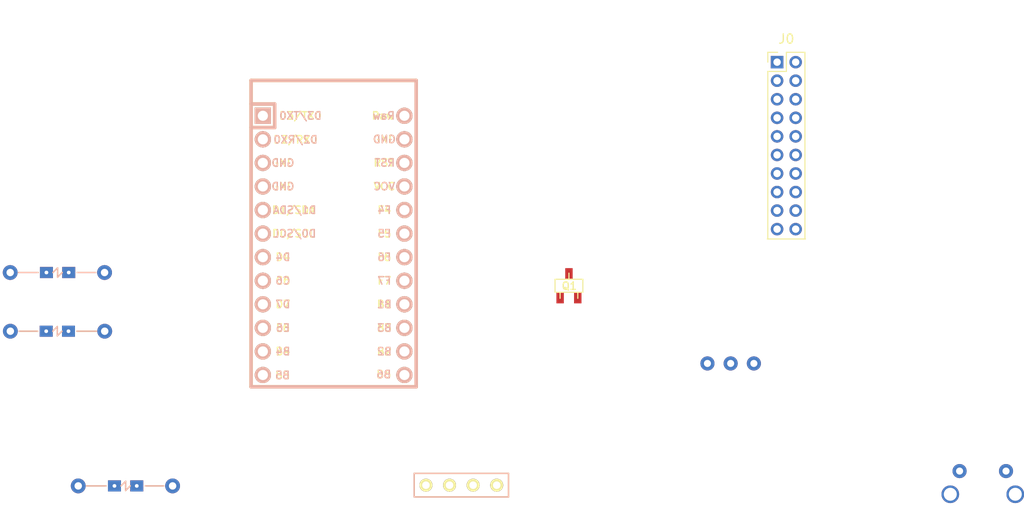
<source format=kicad_pcb>
(kicad_pcb (version 20171130) (host pcbnew "(5.1.6)-1")

  (general
    (thickness 1.6)
    (drawings 0)
    (tracks 0)
    (zones 0)
    (modules 9)
    (nets 39)
  )

  (page A4)
  (layers
    (0 F.Cu signal)
    (31 B.Cu signal)
    (32 B.Adhes user)
    (33 F.Adhes user)
    (34 B.Paste user)
    (35 F.Paste user)
    (36 B.SilkS user)
    (37 F.SilkS user)
    (38 B.Mask user)
    (39 F.Mask user)
    (40 Dwgs.User user)
    (41 Cmts.User user)
    (42 Eco1.User user)
    (43 Eco2.User user)
    (44 Edge.Cuts user)
    (45 Margin user)
    (46 B.CrtYd user)
    (47 F.CrtYd user)
    (48 B.Fab user)
    (49 F.Fab user)
  )

  (setup
    (last_trace_width 0.25)
    (trace_clearance 0.2)
    (zone_clearance 0.508)
    (zone_45_only no)
    (trace_min 0.2)
    (via_size 0.8)
    (via_drill 0.4)
    (via_min_size 0.4)
    (via_min_drill 0.3)
    (uvia_size 0.3)
    (uvia_drill 0.1)
    (uvias_allowed no)
    (uvia_min_size 0.2)
    (uvia_min_drill 0.1)
    (edge_width 0.05)
    (segment_width 0.2)
    (pcb_text_width 0.3)
    (pcb_text_size 1.5 1.5)
    (mod_edge_width 0.12)
    (mod_text_size 1 1)
    (mod_text_width 0.15)
    (pad_size 1.524 1.524)
    (pad_drill 0.762)
    (pad_to_mask_clearance 0.05)
    (aux_axis_origin 0 0)
    (visible_elements FFFFFF7F)
    (pcbplotparams
      (layerselection 0x010fc_ffffffff)
      (usegerberextensions false)
      (usegerberattributes true)
      (usegerberadvancedattributes true)
      (creategerberjobfile true)
      (excludeedgelayer true)
      (linewidth 0.100000)
      (plotframeref false)
      (viasonmask false)
      (mode 1)
      (useauxorigin false)
      (hpglpennumber 1)
      (hpglpenspeed 20)
      (hpglpendiameter 15.000000)
      (psnegative false)
      (psa4output false)
      (plotreference true)
      (plotvalue true)
      (plotinvisibletext false)
      (padsonsilk false)
      (subtractmaskfromsilk false)
      (outputformat 1)
      (mirror false)
      (drillshape 1)
      (scaleselection 1)
      (outputdirectory ""))
  )

  (net 0 "")
  (net 1 COL7)
  (net 2 ROW0)
  (net 3 COL6)
  (net 4 ROW1)
  (net 5 COL5)
  (net 6 ROW2)
  (net 7 COL4)
  (net 8 ROW3)
  (net 9 COL3)
  (net 10 ROW4)
  (net 11 COL2)
  (net 12 ROW5)
  (net 13 COL1)
  (net 14 SCL)
  (net 15 COL0)
  (net 16 SDA)
  (net 17 LED)
  (net 18 RGB)
  (net 19 GND)
  (net 20 VCC)
  (net 21 "Net-(Q1-Pad1)")
  (net 22 Backlight)
  (net 23 RESET)
  (net 24 "Net-(U0-Pad24)")
  (net 25 row5)
  (net 26 col7)
  (net 27 col6)
  (net 28 col5)
  (net 29 col4)
  (net 30 col3)
  (net 31 col2)
  (net 32 col1)
  (net 33 col0)
  (net 34 row4)
  (net 35 row3)
  (net 36 row2)
  (net 37 row1)
  (net 38 row0)

  (net_class Default "This is the default net class."
    (clearance 0.2)
    (trace_width 0.25)
    (via_dia 0.8)
    (via_drill 0.4)
    (uvia_dia 0.3)
    (uvia_drill 0.1)
    (add_net Backlight)
    (add_net COL0)
    (add_net COL1)
    (add_net COL2)
    (add_net COL3)
    (add_net COL4)
    (add_net COL5)
    (add_net COL6)
    (add_net COL7)
    (add_net GND)
    (add_net LED)
    (add_net "Net-(Q1-Pad1)")
    (add_net "Net-(U0-Pad24)")
    (add_net RESET)
    (add_net RGB)
    (add_net ROW0)
    (add_net ROW1)
    (add_net ROW2)
    (add_net ROW3)
    (add_net ROW4)
    (add_net ROW5)
    (add_net SCL)
    (add_net SDA)
    (add_net VCC)
    (add_net col0)
    (add_net col1)
    (add_net col2)
    (add_net col3)
    (add_net col4)
    (add_net col5)
    (add_net col6)
    (add_net col7)
    (add_net row0)
    (add_net row1)
    (add_net row2)
    (add_net row3)
    (add_net row4)
    (add_net row5)
  )

  (module core:Pro_Micro (layer F.Cu) (tedit 600A06DD) (tstamp 600B701B)
    (at 131.575 57.35 270)
    (path /600C96FD)
    (fp_text reference U0 (at 0 1.625 90) (layer F.SilkS) hide
      (effects (font (size 1.2 1.2) (thickness 0.2032)))
    )
    (fp_text value ProMicro (at 0 0 90) (layer F.SilkS) hide
      (effects (font (size 1.2 1.2) (thickness 0.2032)))
    )
    (fp_text user D2/RX0 (at -11.4 4.1) (layer B.SilkS)
      (effects (font (size 0.8 0.8) (thickness 0.15)) (justify mirror))
    )
    (fp_text user D0/SCL (at -1.27 4.2) (layer B.SilkS)
      (effects (font (size 0.8 0.8) (thickness 0.15)) (justify mirror))
    )
    (fp_text user D1/SDA (at -3.81 4.2) (layer B.SilkS)
      (effects (font (size 0.8 0.8) (thickness 0.15)) (justify mirror))
    )
    (fp_text user GND (at -6.35 5.461) (layer B.SilkS)
      (effects (font (size 0.8 0.8) (thickness 0.15)) (justify mirror))
    )
    (fp_text user GND (at -8.89 5.461) (layer B.SilkS)
      (effects (font (size 0.8 0.8) (thickness 0.15)) (justify mirror))
    )
    (fp_text user D4 (at 1.27 5.461) (layer B.SilkS)
      (effects (font (size 0.8 0.8) (thickness 0.15)) (justify mirror))
    )
    (fp_text user C6 (at 3.81 5.461) (layer B.SilkS)
      (effects (font (size 0.8 0.8) (thickness 0.15)) (justify mirror))
    )
    (fp_text user D7 (at 6.35 5.461) (layer B.SilkS)
      (effects (font (size 0.8 0.8) (thickness 0.15)) (justify mirror))
    )
    (fp_text user E6 (at 8.89 5.461) (layer B.SilkS)
      (effects (font (size 0.8 0.8) (thickness 0.15)) (justify mirror))
    )
    (fp_text user B4 (at 11.43 5.461) (layer B.SilkS)
      (effects (font (size 0.8 0.8) (thickness 0.15)) (justify mirror))
    )
    (fp_text user B5 (at 14 5.5) (layer B.SilkS)
      (effects (font (size 0.8 0.8) (thickness 0.15)) (justify mirror))
    )
    (fp_text user B2 (at 11.43 -5.461) (layer F.SilkS)
      (effects (font (size 0.8 0.8) (thickness 0.15)))
    )
    (fp_text user B3 (at 8.89 -5.461) (layer B.SilkS)
      (effects (font (size 0.8 0.8) (thickness 0.15)) (justify mirror))
    )
    (fp_text user B1 (at 6.35 -5.461) (layer B.SilkS)
      (effects (font (size 0.8 0.8) (thickness 0.15)) (justify mirror))
    )
    (fp_text user F7 (at 3.81 -5.461) (layer F.SilkS)
      (effects (font (size 0.8 0.8) (thickness 0.15)))
    )
    (fp_text user F6 (at 1.27 -5.461) (layer F.SilkS)
      (effects (font (size 0.8 0.8) (thickness 0.15)))
    )
    (fp_text user F5 (at -1.27 -5.461) (layer F.SilkS)
      (effects (font (size 0.8 0.8) (thickness 0.15)))
    )
    (fp_text user F4 (at -3.81 -5.461) (layer B.SilkS)
      (effects (font (size 0.8 0.8) (thickness 0.15)) (justify mirror))
    )
    (fp_text user VCC (at -6.35 -5.461) (layer B.SilkS)
      (effects (font (size 0.8 0.8) (thickness 0.15)) (justify mirror))
    )
    (fp_text user GND (at -11.43 -5.461) (layer B.SilkS)
      (effects (font (size 0.8 0.8) (thickness 0.15)) (justify mirror))
    )
    (fp_text user Raw (at -13.97 -5.4) (layer B.SilkS)
      (effects (font (size 0.8 0.8) (thickness 0.15)) (justify mirror))
    )
    (fp_text user Raw (at -13.97 -5.3) (layer F.SilkS)
      (effects (font (size 0.8 0.8) (thickness 0.15)))
    )
    (fp_text user GND (at -11.43 -5.461) (layer F.SilkS)
      (effects (font (size 0.8 0.8) (thickness 0.15)))
    )
    (fp_text user RST (at -8.9 -5.4) (layer F.SilkS)
      (effects (font (size 0.8 0.8) (thickness 0.15)))
    )
    (fp_text user VCC (at -6.35 -5.461) (layer F.SilkS)
      (effects (font (size 0.8 0.8) (thickness 0.15)))
    )
    (fp_text user F4 (at -3.81 -5.461) (layer F.SilkS)
      (effects (font (size 0.8 0.8) (thickness 0.15)))
    )
    (fp_text user F5 (at -1.27 -5.461) (layer B.SilkS)
      (effects (font (size 0.8 0.8) (thickness 0.15)) (justify mirror))
    )
    (fp_text user F6 (at 1.27 -5.461) (layer B.SilkS)
      (effects (font (size 0.8 0.8) (thickness 0.15)) (justify mirror))
    )
    (fp_text user F7 (at 3.81 -5.461) (layer B.SilkS)
      (effects (font (size 0.8 0.8) (thickness 0.15)) (justify mirror))
    )
    (fp_text user B1 (at 6.35 -5.461) (layer F.SilkS)
      (effects (font (size 0.8 0.8) (thickness 0.15)))
    )
    (fp_text user B3 (at 8.89 -5.461) (layer F.SilkS)
      (effects (font (size 0.8 0.8) (thickness 0.15)))
    )
    (fp_text user B2 (at 11.43 -5.461) (layer B.SilkS)
      (effects (font (size 0.8 0.8) (thickness 0.15)) (justify mirror))
    )
    (fp_text user B5 (at 14 5.5) (layer F.SilkS)
      (effects (font (size 0.8 0.8) (thickness 0.15)))
    )
    (fp_text user B4 (at 11.43 5.461) (layer F.SilkS)
      (effects (font (size 0.8 0.8) (thickness 0.15)))
    )
    (fp_text user E6 (at 8.89 5.461) (layer F.SilkS)
      (effects (font (size 0.8 0.8) (thickness 0.15)))
    )
    (fp_text user D7 (at 6.35 5.461) (layer F.SilkS)
      (effects (font (size 0.8 0.8) (thickness 0.15)))
    )
    (fp_text user C6 (at 3.81 5.461) (layer F.SilkS)
      (effects (font (size 0.8 0.8) (thickness 0.15)))
    )
    (fp_text user D4 (at 1.27 5.461) (layer F.SilkS)
      (effects (font (size 0.8 0.8) (thickness 0.15)))
    )
    (fp_text user GND (at -8.89 5.461) (layer F.SilkS)
      (effects (font (size 0.8 0.8) (thickness 0.15)))
    )
    (fp_text user GND (at -6.35 5.461) (layer F.SilkS)
      (effects (font (size 0.8 0.8) (thickness 0.15)))
    )
    (fp_text user D1/SDA (at -3.81 4.3) (layer F.SilkS)
      (effects (font (size 0.8 0.8) (thickness 0.15)))
    )
    (fp_text user D0/SCL (at -1.27 4.3) (layer F.SilkS)
      (effects (font (size 0.8 0.8) (thickness 0.15)))
    )
    (fp_text user D2/RX0 (at -11.4 4.1) (layer F.SilkS)
      (effects (font (size 0.8 0.8) (thickness 0.15)))
    )
    (fp_text user D3/TX0 (at -13.97 3.571872) (layer B.SilkS)
      (effects (font (size 0.8 0.8) (thickness 0.15)) (justify mirror))
    )
    (fp_text user D3/TX0 (at -13.97 3.571872) (layer F.SilkS)
      (effects (font (size 0.8 0.8) (thickness 0.15)))
    )
    (fp_text user RST (at -8.9 -5.5) (layer B.SilkS)
      (effects (font (size 0.8 0.8) (thickness 0.15)) (justify mirror))
    )
    (fp_text user B6 (at 13.9 -5.4 unlocked) (layer F.SilkS)
      (effects (font (size 0.8 0.8) (thickness 0.15)))
    )
    (fp_text user B6 (at 13.9 -5.4 unlocked) (layer B.SilkS)
      (effects (font (size 0.8 0.8) (thickness 0.15)) (justify mirror))
    )
    (fp_line (start -12.7 6.35) (end -12.7 8.89) (layer B.SilkS) (width 0.381))
    (fp_line (start -15.24 6.35) (end -12.7 6.35) (layer B.SilkS) (width 0.381))
    (fp_line (start -15.24 8.89) (end 15.24 8.89) (layer F.SilkS) (width 0.381))
    (fp_line (start 15.24 8.89) (end 15.24 -8.89) (layer F.SilkS) (width 0.381))
    (fp_line (start 15.24 -8.89) (end -15.24 -8.89) (layer F.SilkS) (width 0.381))
    (fp_line (start -15.24 6.35) (end -12.7 6.35) (layer F.SilkS) (width 0.381))
    (fp_line (start -12.7 6.35) (end -12.7 8.89) (layer F.SilkS) (width 0.381))
    (fp_line (start 15.24 -8.89) (end -17.78 -8.89) (layer B.SilkS) (width 0.381))
    (fp_line (start 15.24 8.89) (end 15.24 -8.89) (layer B.SilkS) (width 0.381))
    (fp_line (start -17.78 8.89) (end 15.24 8.89) (layer B.SilkS) (width 0.381))
    (fp_line (start -17.78 -8.89) (end -17.78 8.89) (layer B.SilkS) (width 0.381))
    (fp_line (start -15.24 -8.89) (end -17.78 -8.89) (layer F.SilkS) (width 0.381))
    (fp_line (start -17.78 -8.89) (end -17.78 8.89) (layer F.SilkS) (width 0.381))
    (fp_line (start -17.78 8.89) (end -15.24 8.89) (layer F.SilkS) (width 0.381))
    (fp_line (start -14.224 -3.556) (end -14.224 3.81) (layer Dwgs.User) (width 0.2))
    (fp_line (start -14.224 3.81) (end -19.304 3.81) (layer Dwgs.User) (width 0.2))
    (fp_line (start -19.304 3.81) (end -19.304 -3.556) (layer Dwgs.User) (width 0.2))
    (fp_line (start -19.304 -3.556) (end -14.224 -3.556) (layer Dwgs.User) (width 0.2))
    (fp_line (start -15.24 6.35) (end -15.24 8.89) (layer B.SilkS) (width 0.381))
    (fp_line (start -15.24 6.35) (end -15.24 8.89) (layer F.SilkS) (width 0.381))
    (pad 24 thru_hole circle (at -13.97 -7.62 270) (size 1.7526 1.7526) (drill 1.0922) (layers *.Cu *.SilkS *.Mask)
      (net 24 "Net-(U0-Pad24)"))
    (pad 12 thru_hole circle (at 13.97 7.62 270) (size 1.7526 1.7526) (drill 1.0922) (layers *.Cu *.SilkS *.Mask)
      (net 25 row5))
    (pad 23 thru_hole circle (at -11.43 -7.62 270) (size 1.7526 1.7526) (drill 1.0922) (layers *.Cu *.SilkS *.Mask)
      (net 19 GND))
    (pad 22 thru_hole circle (at -8.89 -7.62 270) (size 1.7526 1.7526) (drill 1.0922) (layers *.Cu *.SilkS *.Mask)
      (net 23 RESET))
    (pad 21 thru_hole circle (at -6.35 -7.62 270) (size 1.7526 1.7526) (drill 1.0922) (layers *.Cu *.SilkS *.Mask)
      (net 20 VCC))
    (pad 20 thru_hole circle (at -3.81 -7.62 270) (size 1.7526 1.7526) (drill 1.0922) (layers *.Cu *.SilkS *.Mask)
      (net 26 col7))
    (pad 19 thru_hole circle (at -1.27 -7.62 270) (size 1.7526 1.7526) (drill 1.0922) (layers *.Cu *.SilkS *.Mask)
      (net 27 col6))
    (pad 18 thru_hole circle (at 1.27 -7.62 270) (size 1.7526 1.7526) (drill 1.0922) (layers *.Cu *.SilkS *.Mask)
      (net 28 col5))
    (pad 17 thru_hole circle (at 3.81 -7.62 270) (size 1.7526 1.7526) (drill 1.0922) (layers *.Cu *.SilkS *.Mask)
      (net 29 col4))
    (pad 16 thru_hole circle (at 6.35 -7.62 270) (size 1.7526 1.7526) (drill 1.0922) (layers *.Cu *.SilkS *.Mask)
      (net 30 col3))
    (pad 15 thru_hole circle (at 8.89 -7.62 270) (size 1.7526 1.7526) (drill 1.0922) (layers *.Cu *.SilkS *.Mask)
      (net 31 col2))
    (pad 14 thru_hole circle (at 11.43 -7.62 270) (size 1.7526 1.7526) (drill 1.0922) (layers *.Cu *.SilkS *.Mask)
      (net 32 col1))
    (pad 13 thru_hole circle (at 13.97 -7.62 270) (size 1.7526 1.7526) (drill 1.0922) (layers *.Cu *.SilkS *.Mask)
      (net 33 col0))
    (pad 11 thru_hole circle (at 11.43 7.62 270) (size 1.7526 1.7526) (drill 1.0922) (layers *.Cu *.SilkS *.Mask)
      (net 34 row4))
    (pad 10 thru_hole circle (at 8.89 7.62 270) (size 1.7526 1.7526) (drill 1.0922) (layers *.Cu *.SilkS *.Mask)
      (net 35 row3))
    (pad 9 thru_hole circle (at 6.35 7.62 270) (size 1.7526 1.7526) (drill 1.0922) (layers *.Cu *.SilkS *.Mask)
      (net 36 row2))
    (pad 8 thru_hole circle (at 3.81 7.62 270) (size 1.7526 1.7526) (drill 1.0922) (layers *.Cu *.SilkS *.Mask)
      (net 22 Backlight))
    (pad 7 thru_hole circle (at 1.27 7.62 270) (size 1.7526 1.7526) (drill 1.0922) (layers *.Cu *.SilkS *.Mask)
      (net 18 RGB))
    (pad 6 thru_hole circle (at -1.27 7.62 270) (size 1.7526 1.7526) (drill 1.0922) (layers *.Cu *.SilkS *.Mask)
      (net 14 SCL))
    (pad 5 thru_hole circle (at -3.81 7.62 270) (size 1.7526 1.7526) (drill 1.0922) (layers *.Cu *.SilkS *.Mask)
      (net 16 SDA))
    (pad 4 thru_hole circle (at -6.35 7.62 270) (size 1.7526 1.7526) (drill 1.0922) (layers *.Cu *.SilkS *.Mask)
      (net 19 GND))
    (pad 3 thru_hole circle (at -8.89 7.62 270) (size 1.7526 1.7526) (drill 1.0922) (layers *.Cu *.SilkS *.Mask)
      (net 19 GND))
    (pad 2 thru_hole circle (at -11.43 7.62 270) (size 1.7526 1.7526) (drill 1.0922) (layers *.Cu *.SilkS *.Mask)
      (net 37 row1))
    (pad 1 thru_hole rect (at -13.97 7.62 270) (size 1.7526 1.7526) (drill 1.0922) (layers *.Cu *.SilkS *.Mask)
      (net 38 row0))
    (model /Users/danny/Documents/proj/custom-keyboard/kicad-libs/3d_models/ArduinoProMicro.wrl
      (offset (xyz -13.96999979019165 -7.619999885559082 -5.841999912261963))
      (scale (xyz 0.395 0.395 0.395))
      (rotate (xyz 90 180 180))
    )
  )

  (module core:SW_RST (layer F.Cu) (tedit 6009CE75) (tstamp 600B6FBB)
    (at 201.475 81.675)
    (path /600EB9AD)
    (fp_text reference RSW0 (at 0 -1.27) (layer Dwgs.User) hide
      (effects (font (size 1 1) (thickness 0.15)))
    )
    (fp_text value SW_RST (at 0.195001 1.188001) (layer F.Fab)
      (effects (font (size 1 1) (thickness 0.15)))
    )
    (pad 1 thru_hole circle (at -2.5 0) (size 1.524 1.524) (drill 0.762) (layers *.Cu *.Mask)
      (net 19 GND))
    (pad 2 thru_hole circle (at 2.5 0) (size 1.524 1.524) (drill 0.762) (layers *.Cu *.Mask)
      (net 23 RESET))
    (pad 3 thru_hole circle (at -3.5 2.5) (size 1.9 1.9) (drill 1.4) (layers *.Cu *.Mask))
    (pad 3 thru_hole circle (at 3.5 2.5) (size 1.9 1.9) (drill 1.4) (layers *.Cu *.Mask))
  )

  (module core:Resistors_SMD_THT (layer F.Cu) (tedit 5B9E5356) (tstamp 600B6FB3)
    (at 106.925 66.6 180)
    (descr "D, DO-35_SOD27 series, Axial, Horizontal, pin pitch=10.16mm, , length*diameter=4*2mm^2, , http://www.diodes.com/_files/packages/DO-35.pdf")
    (tags "D DO-35_SOD27 series Axial Horizontal pin pitch 10.16mm  length 4mm diameter 2mm")
    (path /600EF0AA)
    (fp_text reference R2 (at 5.08 -2.06) (layer Dwgs.User) hide
      (effects (font (size 1 1) (thickness 0.15)))
    )
    (fp_text value R (at 5.08 2.06) (layer F.Fab)
      (effects (font (size 1 1) (thickness 0.15)))
    )
    (fp_line (start 4.6 0) (end 5.1 -0.5) (layer B.SilkS) (width 0.15))
    (fp_line (start 5.1 -0.5) (end 5.1 0.5) (layer B.SilkS) (width 0.15))
    (fp_line (start 5.1 0.5) (end 5.6 0) (layer B.SilkS) (width 0.15))
    (fp_line (start 0.9 0) (end 3 0) (layer B.SilkS) (width 0.15))
    (fp_line (start 7.21 0) (end 9.2 0) (layer B.SilkS) (width 0.15))
    (fp_line (start 4.6 0) (end 5.1 -0.5) (layer F.SilkS) (width 0.15))
    (fp_line (start 5.1 -0.5) (end 5.1 0.5) (layer F.SilkS) (width 0.15))
    (fp_line (start 5.1 0.5) (end 5.6 0) (layer F.SilkS) (width 0.15))
    (fp_line (start 7.2 0) (end 9.2 0) (layer F.SilkS) (width 0.15))
    (fp_line (start 0.9 0) (end 3 0) (layer F.SilkS) (width 0.15))
    (fp_line (start -1.05 -1.35) (end -1.05 1.35) (layer F.CrtYd) (width 0.05))
    (fp_line (start -1.05 1.35) (end 11.25 1.35) (layer F.CrtYd) (width 0.05))
    (fp_line (start 11.25 1.35) (end 11.25 -1.35) (layer F.CrtYd) (width 0.05))
    (fp_line (start 11.25 -1.35) (end -1.05 -1.35) (layer F.CrtYd) (width 0.05))
    (pad 1 thru_hole rect (at 3.9 0 180) (size 1.4 1.2) (drill 0.4) (layers *.Cu *.Mask)
      (net 14 SCL))
    (pad 2 thru_hole oval (at 10.16 0 180) (size 1.6 1.6) (drill 0.8) (layers *.Cu *.Mask)
      (net 20 VCC))
    (pad 1 thru_hole circle (at 0 0 180) (size 1.6 1.6) (drill 0.8) (layers *.Cu *.Mask)
      (net 14 SCL))
    (pad 2 thru_hole rect (at 6.3 0 180) (size 1.4 1.2) (drill 0.4) (layers *.Cu *.Mask)
      (net 20 VCC))
    (model ${KISYS3DMOD}/Diodes_THT.3dshapes/D_DO-35_SOD27_P10.16mm_Horizontal.wrl
      (at (xyz 0 0 0))
      (scale (xyz 0.393701 0.393701 0.393701))
      (rotate (xyz 0 0 0))
    )
  )

  (module core:Resistors_SMD_THT (layer F.Cu) (tedit 5B9E5356) (tstamp 600B6F9D)
    (at 104.075 83.275)
    (descr "D, DO-35_SOD27 series, Axial, Horizontal, pin pitch=10.16mm, , length*diameter=4*2mm^2, , http://www.diodes.com/_files/packages/DO-35.pdf")
    (tags "D DO-35_SOD27 series Axial Horizontal pin pitch 10.16mm  length 4mm diameter 2mm")
    (path /600EE189)
    (fp_text reference R1 (at 5.08 -2.06) (layer Dwgs.User) hide
      (effects (font (size 1 1) (thickness 0.15)))
    )
    (fp_text value R (at 5.08 2.06) (layer F.Fab)
      (effects (font (size 1 1) (thickness 0.15)))
    )
    (fp_line (start 4.6 0) (end 5.1 -0.5) (layer B.SilkS) (width 0.15))
    (fp_line (start 5.1 -0.5) (end 5.1 0.5) (layer B.SilkS) (width 0.15))
    (fp_line (start 5.1 0.5) (end 5.6 0) (layer B.SilkS) (width 0.15))
    (fp_line (start 0.9 0) (end 3 0) (layer B.SilkS) (width 0.15))
    (fp_line (start 7.21 0) (end 9.2 0) (layer B.SilkS) (width 0.15))
    (fp_line (start 4.6 0) (end 5.1 -0.5) (layer F.SilkS) (width 0.15))
    (fp_line (start 5.1 -0.5) (end 5.1 0.5) (layer F.SilkS) (width 0.15))
    (fp_line (start 5.1 0.5) (end 5.6 0) (layer F.SilkS) (width 0.15))
    (fp_line (start 7.2 0) (end 9.2 0) (layer F.SilkS) (width 0.15))
    (fp_line (start 0.9 0) (end 3 0) (layer F.SilkS) (width 0.15))
    (fp_line (start -1.05 -1.35) (end -1.05 1.35) (layer F.CrtYd) (width 0.05))
    (fp_line (start -1.05 1.35) (end 11.25 1.35) (layer F.CrtYd) (width 0.05))
    (fp_line (start 11.25 1.35) (end 11.25 -1.35) (layer F.CrtYd) (width 0.05))
    (fp_line (start 11.25 -1.35) (end -1.05 -1.35) (layer F.CrtYd) (width 0.05))
    (pad 1 thru_hole rect (at 3.9 0) (size 1.4 1.2) (drill 0.4) (layers *.Cu *.Mask)
      (net 16 SDA))
    (pad 2 thru_hole oval (at 10.16 0) (size 1.6 1.6) (drill 0.8) (layers *.Cu *.Mask)
      (net 20 VCC))
    (pad 1 thru_hole circle (at 0 0) (size 1.6 1.6) (drill 0.8) (layers *.Cu *.Mask)
      (net 16 SDA))
    (pad 2 thru_hole rect (at 6.3 0) (size 1.4 1.2) (drill 0.4) (layers *.Cu *.Mask)
      (net 20 VCC))
    (model ${KISYS3DMOD}/Diodes_THT.3dshapes/D_DO-35_SOD27_P10.16mm_Horizontal.wrl
      (at (xyz 0 0 0))
      (scale (xyz 0.393701 0.393701 0.393701))
      (rotate (xyz 0 0 0))
    )
  )

  (module core:Resistors_SMD_THT (layer F.Cu) (tedit 5B9E5356) (tstamp 600B6F87)
    (at 96.75 60.275)
    (descr "D, DO-35_SOD27 series, Axial, Horizontal, pin pitch=10.16mm, , length*diameter=4*2mm^2, , http://www.diodes.com/_files/packages/DO-35.pdf")
    (tags "D DO-35_SOD27 series Axial Horizontal pin pitch 10.16mm  length 4mm diameter 2mm")
    (path /600EF65F)
    (fp_text reference R0 (at 5.08 -2.06) (layer Dwgs.User) hide
      (effects (font (size 1 1) (thickness 0.15)))
    )
    (fp_text value R (at 5.08 2.06) (layer F.Fab)
      (effects (font (size 1 1) (thickness 0.15)))
    )
    (fp_line (start 4.6 0) (end 5.1 -0.5) (layer B.SilkS) (width 0.15))
    (fp_line (start 5.1 -0.5) (end 5.1 0.5) (layer B.SilkS) (width 0.15))
    (fp_line (start 5.1 0.5) (end 5.6 0) (layer B.SilkS) (width 0.15))
    (fp_line (start 0.9 0) (end 3 0) (layer B.SilkS) (width 0.15))
    (fp_line (start 7.21 0) (end 9.2 0) (layer B.SilkS) (width 0.15))
    (fp_line (start 4.6 0) (end 5.1 -0.5) (layer F.SilkS) (width 0.15))
    (fp_line (start 5.1 -0.5) (end 5.1 0.5) (layer F.SilkS) (width 0.15))
    (fp_line (start 5.1 0.5) (end 5.6 0) (layer F.SilkS) (width 0.15))
    (fp_line (start 7.2 0) (end 9.2 0) (layer F.SilkS) (width 0.15))
    (fp_line (start 0.9 0) (end 3 0) (layer F.SilkS) (width 0.15))
    (fp_line (start -1.05 -1.35) (end -1.05 1.35) (layer F.CrtYd) (width 0.05))
    (fp_line (start -1.05 1.35) (end 11.25 1.35) (layer F.CrtYd) (width 0.05))
    (fp_line (start 11.25 1.35) (end 11.25 -1.35) (layer F.CrtYd) (width 0.05))
    (fp_line (start 11.25 -1.35) (end -1.05 -1.35) (layer F.CrtYd) (width 0.05))
    (pad 1 thru_hole rect (at 3.9 0) (size 1.4 1.2) (drill 0.4) (layers *.Cu *.Mask)
      (net 21 "Net-(Q1-Pad1)"))
    (pad 2 thru_hole oval (at 10.16 0) (size 1.6 1.6) (drill 0.8) (layers *.Cu *.Mask)
      (net 22 Backlight))
    (pad 1 thru_hole circle (at 0 0) (size 1.6 1.6) (drill 0.8) (layers *.Cu *.Mask)
      (net 21 "Net-(Q1-Pad1)"))
    (pad 2 thru_hole rect (at 6.3 0) (size 1.4 1.2) (drill 0.4) (layers *.Cu *.Mask)
      (net 22 Backlight))
    (model ${KISYS3DMOD}/Diodes_THT.3dshapes/D_DO-35_SOD27_P10.16mm_Horizontal.wrl
      (at (xyz 0 0 0))
      (scale (xyz 0.393701 0.393701 0.393701))
      (rotate (xyz 0 0 0))
    )
  )

  (module core:SOT23-3_HSOL (layer F.Cu) (tedit 0) (tstamp 600B6F71)
    (at 156.9121 61.699999)
    (descr SOT23)
    (path /600EF6F3)
    (attr smd)
    (fp_text reference Q1 (at 0.0379 0.025001) (layer F.SilkS)
      (effects (font (size 0.8 0.8) (thickness 0.15)))
    )
    (fp_text value MOSFET (at 0 0.09906) (layer F.SilkS) hide
      (effects (font (size 0.8 0.8) (thickness 0.15)))
    )
    (fp_line (start 0.9525 0.6985) (end 0.9525 1.3589) (layer F.SilkS) (width 0.127))
    (fp_line (start -0.9525 0.6985) (end -0.9525 1.3589) (layer F.SilkS) (width 0.127))
    (fp_line (start 0 -0.6985) (end 0 -1.3589) (layer F.SilkS) (width 0.127))
    (fp_line (start -1.4986 -0.6985) (end 1.4986 -0.6985) (layer F.SilkS) (width 0.127))
    (fp_line (start 1.4986 -0.6985) (end 1.4986 0.6985) (layer F.SilkS) (width 0.127))
    (fp_line (start 1.4986 0.6985) (end -1.4986 0.6985) (layer F.SilkS) (width 0.127))
    (fp_line (start -1.4986 0.6985) (end -1.4986 -0.6985) (layer F.SilkS) (width 0.127))
    (pad 2 smd rect (at 0.95 1.3) (size 0.8 1.2) (layers F.Cu F.Paste F.Mask)
      (net 19 GND))
    (pad 3 smd rect (at 0 -1.3) (size 0.8 1.2) (layers F.Cu F.Paste F.Mask)
      (net 17 LED))
    (pad 1 smd rect (at -0.95 1.3) (size 0.8 1.2) (layers F.Cu F.Paste F.Mask)
      (net 21 "Net-(Q1-Pad1)"))
    (model smd/smd_transistors/sot23.wrl
      (at (xyz 0 0 0))
      (scale (xyz 1 1 1))
      (rotate (xyz 0 0 0))
    )
  )

  (module core:conn_4pins (layer F.Cu) (tedit 59FC8837) (tstamp 600B6F63)
    (at 141.515 83.195)
    (descr "Connecteur 6 pins")
    (tags "CONN DEV")
    (path /600DAD61)
    (fp_text reference J2 (at -1.915 1.93 90) (layer F.SilkS) hide
      (effects (font (size 0.8128 0.8128) (thickness 0.15)))
    )
    (fp_text value OLED (at 3.81 1.27) (layer F.SilkS) hide
      (effects (font (size 0.8128 0.8128) (thickness 0.15)))
    )
    (fp_line (start -1.27 1.27) (end -1.27 -1.27) (layer F.SilkS) (width 0.15))
    (fp_line (start 8.89 -1.27) (end 8.89 1.27) (layer F.SilkS) (width 0.15))
    (fp_line (start -1.27 -1.27) (end 8.89 -1.27) (layer F.SilkS) (width 0.15))
    (fp_line (start -1.27 1.27) (end 8.89 1.27) (layer F.SilkS) (width 0.15))
    (fp_line (start -1.27 1.27) (end -1.27 -1.27) (layer B.SilkS) (width 0.15))
    (fp_line (start 8.89 1.27) (end -1.27 1.27) (layer B.SilkS) (width 0.15))
    (fp_line (start 8.89 -1.27) (end 8.89 1.27) (layer B.SilkS) (width 0.15))
    (fp_line (start -1.27 -1.27) (end 8.89 -1.27) (layer B.SilkS) (width 0.15))
    (pad 1 thru_hole circle (at 0 0) (size 1.397 1.397) (drill 0.8128) (layers *.Cu *.Mask F.SilkS)
      (net 16 SDA))
    (pad 2 thru_hole circle (at 2.54 0) (size 1.397 1.397) (drill 0.8128) (layers *.Cu *.Mask F.SilkS)
      (net 14 SCL))
    (pad 3 thru_hole circle (at 5.08 0) (size 1.397 1.397) (drill 0.8128) (layers *.Cu *.Mask F.SilkS)
      (net 19 GND))
    (pad 4 thru_hole circle (at 7.62 0) (size 1.397 1.397) (drill 0.8128) (layers *.Cu *.Mask F.SilkS)
      (net 20 VCC))
  )

  (module core:conn_3pins (layer F.Cu) (tedit 5B04238F) (tstamp 600B6F53)
    (at 174.325 70.075)
    (path /600F06DF)
    (fp_text reference J1 (at 0 1.5) (layer Dwgs.User)
      (effects (font (size 1 1) (thickness 0.15)))
    )
    (fp_text value Conn_01x03 (at 0 -1.5) (layer F.Fab)
      (effects (font (size 1 1) (thickness 0.15)))
    )
    (pad 3 thru_hole circle (at 2.5 0) (size 1.524 1.524) (drill 0.762) (layers *.Cu *.Mask)
      (net 20 VCC))
    (pad 1 thru_hole circle (at -2.5 0) (size 1.524 1.524) (drill 0.762) (layers *.Cu *.Mask)
      (net 19 GND))
    (pad 2 thru_hole circle (at 0 0) (size 1.524 1.524) (drill 0.762) (layers *.Cu *.Mask)
      (net 18 RGB))
  )

  (module core:conn_2x10_P2.00mm_Vertical (layer F.Cu) (tedit 600B6C33) (tstamp 600B6F4C)
    (at 181.325 37.6)
    (descr "Through hole straight socket strip, 2x10, 2.00mm pitch, double cols (from Kicad 4.0.7), script generated")
    (tags "Through hole socket strip THT 2x10 2.00mm double row")
    (path /600CBEEF)
    (fp_text reference J0 (at -1 -2.5) (layer F.SilkS)
      (effects (font (size 1 1) (thickness 0.15)))
    )
    (fp_text value Conn_02x10_Counter_Clockwise (at 0.625 -5.85) (layer F.Fab)
      (effects (font (size 1 1) (thickness 0.15)))
    )
    (fp_text user %R (at -1 9 90) (layer F.Fab)
      (effects (font (size 1 1) (thickness 0.15)))
    )
    (fp_line (start -2 -1) (end 1 -1) (layer F.Fab) (width 0.1))
    (fp_line (start -2 -1) (end -3 0) (layer F.Fab) (width 0.1))
    (fp_line (start -3 0) (end -3 19) (layer F.Fab) (width 0.1))
    (fp_line (start 1 19) (end -3 19) (layer F.Fab) (width 0.1))
    (fp_line (start 1 19) (end 1 -1) (layer F.Fab) (width 0.1))
    (fp_line (start -1 -1.06) (end 1 -1.06) (layer F.SilkS) (width 0.12))
    (fp_line (start 1 -1.06) (end 1 19.06) (layer F.SilkS) (width 0.12))
    (fp_line (start -3.06 19.06) (end 1.06 19.06) (layer F.SilkS) (width 0.12))
    (fp_line (start -3 1) (end -3 19.06) (layer F.SilkS) (width 0.12))
    (fp_line (start -3 1) (end -1 1) (layer F.SilkS) (width 0.12))
    (fp_line (start -1 -1.06) (end -1 1) (layer F.SilkS) (width 0.12))
    (fp_line (start -3 -1.06) (end -3 0) (layer F.SilkS) (width 0.12))
    (fp_line (start -3 -1.06) (end -1.94 -1.06) (layer F.SilkS) (width 0.12))
    (fp_line (start -3.5 -1.5) (end 1.5 -1.5) (layer F.CrtYd) (width 0.05))
    (fp_line (start 1.5 -1.5) (end 1.5 19.5) (layer F.CrtYd) (width 0.05))
    (fp_line (start 1.5 19.5) (end -3.5 19.5) (layer F.CrtYd) (width 0.05))
    (fp_line (start -3.5 19.5) (end -3.5 -1.5) (layer F.CrtYd) (width 0.05))
    (pad 10 thru_hole oval (at -2 18) (size 1.35 1.35) (drill 0.8) (layers *.Cu *.Mask)
      (net 1 COL7))
    (pad 11 thru_hole oval (at 0 18) (size 1.35 1.35) (drill 0.8) (layers *.Cu *.Mask)
      (net 2 ROW0))
    (pad 9 thru_hole oval (at -2 16) (size 1.35 1.35) (drill 0.8) (layers *.Cu *.Mask)
      (net 3 COL6))
    (pad 12 thru_hole oval (at 0 16) (size 1.35 1.35) (drill 0.8) (layers *.Cu *.Mask)
      (net 4 ROW1))
    (pad 8 thru_hole oval (at -2 14) (size 1.35 1.35) (drill 0.8) (layers *.Cu *.Mask)
      (net 5 COL5))
    (pad 13 thru_hole oval (at 0 14) (size 1.35 1.35) (drill 0.8) (layers *.Cu *.Mask)
      (net 6 ROW2))
    (pad 7 thru_hole oval (at -2 12) (size 1.35 1.35) (drill 0.8) (layers *.Cu *.Mask)
      (net 7 COL4))
    (pad 14 thru_hole oval (at 0 12) (size 1.35 1.35) (drill 0.8) (layers *.Cu *.Mask)
      (net 8 ROW3))
    (pad 6 thru_hole oval (at -2 10) (size 1.35 1.35) (drill 0.8) (layers *.Cu *.Mask)
      (net 9 COL3))
    (pad 15 thru_hole oval (at 0 10) (size 1.35 1.35) (drill 0.8) (layers *.Cu *.Mask)
      (net 10 ROW4))
    (pad 5 thru_hole oval (at -2 8) (size 1.35 1.35) (drill 0.8) (layers *.Cu *.Mask)
      (net 11 COL2))
    (pad 16 thru_hole oval (at 0 8) (size 1.35 1.35) (drill 0.8) (layers *.Cu *.Mask)
      (net 12 ROW5))
    (pad 4 thru_hole oval (at -2 6) (size 1.35 1.35) (drill 0.8) (layers *.Cu *.Mask)
      (net 13 COL1))
    (pad 17 thru_hole oval (at 0 6) (size 1.35 1.35) (drill 0.8) (layers *.Cu *.Mask)
      (net 14 SCL))
    (pad 3 thru_hole oval (at -2 4) (size 1.35 1.35) (drill 0.8) (layers *.Cu *.Mask)
      (net 15 COL0))
    (pad 18 thru_hole oval (at 0 4) (size 1.35 1.35) (drill 0.8) (layers *.Cu *.Mask)
      (net 16 SDA))
    (pad 2 thru_hole oval (at -2 2) (size 1.35 1.35) (drill 0.8) (layers *.Cu *.Mask)
      (net 17 LED))
    (pad 19 thru_hole oval (at 0 2) (size 1.35 1.35) (drill 0.8) (layers *.Cu *.Mask)
      (net 18 RGB))
    (pad 20 thru_hole oval (at 0 0) (size 1.35 1.35) (drill 0.8) (layers *.Cu *.Mask)
      (net 19 GND))
    (pad 1 thru_hole rect (at -2 0) (size 1.35 1.35) (drill 0.8) (layers *.Cu *.Mask)
      (net 20 VCC))
    (model ${KISYS3DMOD}/Connector_PinSocket_2.00mm.3dshapes/PinSocket_2x10_P2.00mm_Vertical.wrl
      (at (xyz 0 0 0))
      (scale (xyz 1 1 1))
      (rotate (xyz 0 0 0))
    )
  )

)

</source>
